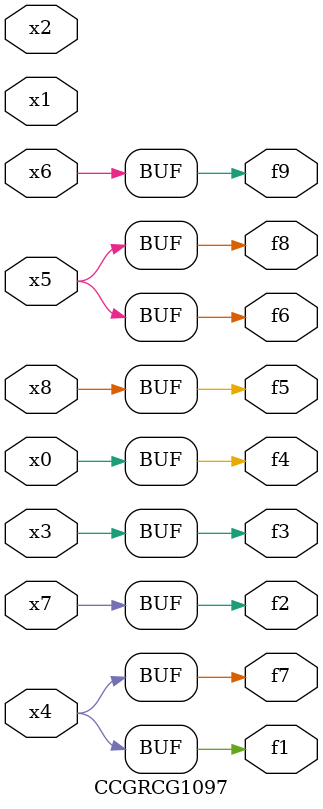
<source format=v>
module CCGRCG1097(
	input x0, x1, x2, x3, x4, x5, x6, x7, x8,
	output f1, f2, f3, f4, f5, f6, f7, f8, f9
);
	assign f1 = x4;
	assign f2 = x7;
	assign f3 = x3;
	assign f4 = x0;
	assign f5 = x8;
	assign f6 = x5;
	assign f7 = x4;
	assign f8 = x5;
	assign f9 = x6;
endmodule

</source>
